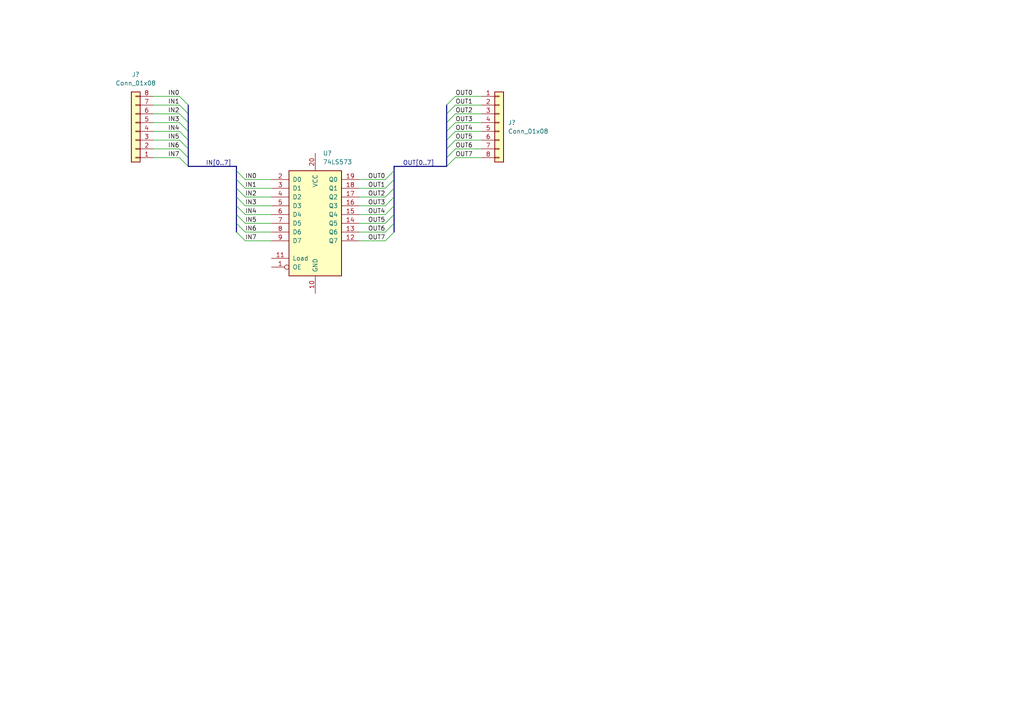
<source format=kicad_sch>
(kicad_sch (version 20231120) (generator "eeschema") (generator_version "8.0")
  (paper "A4")
  (lib_symbols
    (symbol "74xx:74LS573" (pin_names (offset 1.016))
      (property "Reference" "U" (at -7.62 16.51 0))
      (property "Value" "74LS573" (at -7.62 -16.51 0))
      (symbol "74LS573_1_0"
        (pin input inverted (at -12.7 -12.7 0) (length 5.08) (name "OE") (number "1"))
        (pin power_in line (at 0 -20.32 90) (length 5.08) (name "GND") (number "10"))
        (pin input line (at -12.7 -10.16 0) (length 5.08) (name "Load") (number "11"))
        (pin tri_state line (at 12.7 -5.08 180) (length 5.08) (name "Q7") (number "12"))
        (pin tri_state line (at 12.7 -2.54 180) (length 5.08) (name "Q6") (number "13"))
        (pin tri_state line (at 12.7 0 180) (length 5.08) (name "Q5") (number "14"))
        (pin tri_state line (at 12.7 2.54 180) (length 5.08) (name "Q4") (number "15"))
        (pin tri_state line (at 12.7 5.08 180) (length 5.08) (name "Q3") (number "16"))
        (pin tri_state line (at 12.7 7.62 180) (length 5.08) (name "Q2") (number "17"))
        (pin tri_state line (at 12.7 10.16 180) (length 5.08) (name "Q1") (number "18"))
        (pin tri_state line (at 12.7 12.7 180) (length 5.08) (name "Q0") (number "19"))
        (pin input line (at -12.7 12.7 0) (length 5.08) (name "D0") (number "2"))
        (pin power_in line (at 0 20.32 270) (length 5.08) (name "VCC") (number "20"))
        (pin input line (at -12.7 10.16 0) (length 5.08) (name "D1") (number "3"))
        (pin input line (at -12.7 7.62 0) (length 5.08) (name "D2") (number "4"))
        (pin input line (at -12.7 5.08 0) (length 5.08) (name "D3") (number "5"))
        (pin input line (at -12.7 2.54 0) (length 5.08) (name "D4") (number "6"))
        (pin input line (at -12.7 0 0) (length 5.08) (name "D5") (number "7"))
        (pin input line (at -12.7 -2.54 0) (length 5.08) (name "D6") (number "8"))
        (pin input line (at -12.7 -5.08 0) (length 5.08) (name "D7") (number "9"))
      )
      (symbol "74LS573_1_1"
        (rectangle (start -7.62 15.24) (end 7.62 -15.24) (stroke (width 0.254)) (fill (type background)))
      )
    )
    (symbol "Connector_Generic:Conn_01x08" (pin_names (offset 1.016) hide)
      (property "Reference" "J" (at 0 10.16 0))
      (property "Value" "Conn_01x08" (at 0 -12.7 0))
      (symbol "Conn_01x08_1_1"
        (rectangle (start -1.27 -10.033) (end 0 -10.287) (stroke (width 0.1524)))
        (rectangle (start -1.27 -7.493) (end 0 -7.747) (stroke (width 0.1524)))
        (rectangle (start -1.27 -4.953) (end 0 -5.207) (stroke (width 0.1524)))
        (rectangle (start -1.27 -2.413) (end 0 -2.667) (stroke (width 0.1524)))
        (rectangle (start -1.27 0.127) (end 0 -0.127) (stroke (width 0.1524)))
        (rectangle (start -1.27 2.667) (end 0 2.413) (stroke (width 0.1524)))
        (rectangle (start -1.27 5.207) (end 0 4.953) (stroke (width 0.1524)))
        (rectangle (start -1.27 7.747) (end 0 7.493) (stroke (width 0.1524)))
        (rectangle (start -1.27 8.89) (end 1.27 -11.43) (stroke (width 0.254)) (fill (type background)))
        (pin passive line (at -5.08 7.62 0) (length 3.81) (name "Pin_1") (number "1"))
        (pin passive line (at -5.08 5.08 0) (length 3.81) (name "Pin_2") (number "2"))
        (pin passive line (at -5.08 2.54 0) (length 3.81) (name "Pin_3") (number "3"))
        (pin passive line (at -5.08 0 0) (length 3.81) (name "Pin_4") (number "4"))
        (pin passive line (at -5.08 -2.54 0) (length 3.81) (name "Pin_5") (number "5"))
        (pin passive line (at -5.08 -5.08 0) (length 3.81) (name "Pin_6") (number "6"))
        (pin passive line (at -5.08 -7.62 0) (length 3.81) (name "Pin_7") (number "7"))
        (pin passive line (at -5.08 -10.16 0) (length 3.81) (name "Pin_8") (number "8"))
      )
    )
  )
  (bus_entry (at 114.3 52.07) (size -2.54 2.54))
  (bus_entry (at 114.3 64.77) (size -2.54 2.54))
  (bus_entry (at 114.3 59.69) (size -2.54 2.54))
  (bus_entry (at 68.58 67.31) (size 2.54 2.54))
  (bus_entry (at 52.07 40.64) (size 2.54 2.54))
  (bus_entry (at 52.07 35.56) (size 2.54 2.54))
  (bus_entry (at 132.08 45.72) (size -2.54 2.54))
  (bus_entry (at 68.58 52.07) (size 2.54 2.54))
  (bus_entry (at 68.58 59.69) (size 2.54 2.54))
  (bus_entry (at 132.08 30.48) (size -2.54 2.54))
  (bus_entry (at 132.08 43.18) (size -2.54 2.54))
  (bus_entry (at 68.58 62.23) (size 2.54 2.54))
  (bus_entry (at 52.07 27.94) (size 2.54 2.54))
  (bus_entry (at 114.3 57.15) (size -2.54 2.54))
  (bus_entry (at 52.07 33.02) (size 2.54 2.54))
  (bus_entry (at 132.08 27.94) (size -2.54 2.54))
  (bus_entry (at 114.3 49.53) (size -2.54 2.54))
  (bus_entry (at 52.07 38.1) (size 2.54 2.54))
  (bus_entry (at 68.58 57.15) (size 2.54 2.54))
  (bus_entry (at 52.07 45.72) (size 2.54 2.54))
  (bus_entry (at 132.08 35.56) (size -2.54 2.54))
  (bus_entry (at 114.3 67.31) (size -2.54 2.54))
  (bus_entry (at 52.07 43.18) (size 2.54 2.54))
  (bus_entry (at 68.58 64.77) (size 2.54 2.54))
  (bus_entry (at 68.58 54.61) (size 2.54 2.54))
  (bus_entry (at 114.3 54.61) (size -2.54 2.54))
  (bus_entry (at 114.3 62.23) (size -2.54 2.54))
  (bus_entry (at 132.08 38.1) (size -2.54 2.54))
  (bus_entry (at 132.08 40.64) (size -2.54 2.54))
  (bus_entry (at 52.07 30.48) (size 2.54 2.54))
  (bus_entry (at 132.08 33.02) (size -2.54 2.54))
  (bus_entry (at 68.58 49.53) (size 2.54 2.54))
  (bus (pts (xy 54.61 33.02) (xy 54.61 35.56)))
  (bus (pts (xy 54.61 48.26) (xy 54.61 45.72)))
  (wire (pts (xy 52.07 38.1) (xy 44.45 38.1)))
  (bus (pts (xy 114.3 49.53) (xy 114.3 52.07)))
  (bus (pts (xy 114.3 57.15) (xy 114.3 59.69)))
  (wire (pts (xy 52.07 27.94) (xy 44.45 27.94)))
  (bus (pts (xy 68.58 48.26) (xy 68.58 49.53)))
  (wire (pts (xy 104.14 54.61) (xy 111.76 54.61)))
  (wire (pts (xy 71.12 59.69) (xy 78.74 59.69)))
  (bus (pts (xy 114.3 54.61) (xy 114.3 57.15)))
  (bus (pts (xy 68.58 62.23) (xy 68.58 64.77)))
  (bus (pts (xy 129.54 45.72) (xy 129.54 48.26)))
  (wire (pts (xy 71.12 57.15) (xy 78.74 57.15)))
  (wire (pts (xy 52.07 43.18) (xy 44.45 43.18)))
  (bus (pts (xy 129.54 43.18) (xy 129.54 45.72)))
  (wire (pts (xy 52.07 40.64) (xy 44.45 40.64)))
  (wire (pts (xy 139.7 33.02) (xy 132.08 33.02)))
  (wire (pts (xy 139.7 35.56) (xy 132.08 35.56)))
  (bus (pts (xy 114.3 62.23) (xy 114.3 64.77)))
  (wire (pts (xy 71.12 52.07) (xy 78.74 52.07)))
  (wire (pts (xy 52.07 30.48) (xy 44.45 30.48)))
  (wire (pts (xy 104.14 69.85) (xy 111.76 69.85)))
  (wire (pts (xy 104.14 67.31) (xy 111.76 67.31)))
  (wire (pts (xy 52.07 35.56) (xy 44.45 35.56)))
  (wire (pts (xy 71.12 54.61) (xy 78.74 54.61)))
  (bus (pts (xy 68.58 52.07) (xy 68.58 54.61)))
  (wire (pts (xy 104.14 64.77) (xy 111.76 64.77)))
  (bus (pts (xy 54.61 43.18) (xy 54.61 45.72)))
  (wire (pts (xy 104.14 59.69) (xy 111.76 59.69)))
  (wire (pts (xy 139.7 43.18) (xy 132.08 43.18)))
  (bus (pts (xy 54.61 40.64) (xy 54.61 43.18)))
  (bus (pts (xy 54.61 38.1) (xy 54.61 40.64)))
  (wire (pts (xy 139.7 30.48) (xy 132.08 30.48)))
  (wire (pts (xy 71.12 62.23) (xy 78.74 62.23)))
  (bus (pts (xy 129.54 35.56) (xy 129.54 38.1)))
  (bus (pts (xy 114.3 48.26) (xy 114.3 49.53)))
  (wire (pts (xy 139.7 40.64) (xy 132.08 40.64)))
  (bus (pts (xy 68.58 59.69) (xy 68.58 62.23)))
  (bus (pts (xy 68.58 57.15) (xy 68.58 59.69)))
  (bus (pts (xy 129.54 30.48) (xy 129.54 33.02)))
  (wire (pts (xy 71.12 64.77) (xy 78.74 64.77)))
  (wire (pts (xy 71.12 69.85) (xy 78.74 69.85)))
  (bus (pts (xy 114.3 59.69) (xy 114.3 62.23)))
  (bus (pts (xy 129.54 33.02) (xy 129.54 35.56)))
  (wire (pts (xy 71.12 67.31) (xy 78.74 67.31)))
  (wire (pts (xy 139.7 45.72) (xy 132.08 45.72)))
  (bus (pts (xy 68.58 48.26) (xy 54.61 48.26)))
  (bus (pts (xy 129.54 38.1) (xy 129.54 40.64)))
  (wire (pts (xy 104.14 57.15) (xy 111.76 57.15)))
  (bus (pts (xy 114.3 64.77) (xy 114.3 67.31)))
  (bus (pts (xy 54.61 35.56) (xy 54.61 38.1)))
  (wire (pts (xy 52.07 45.72) (xy 44.45 45.72)))
  (bus (pts (xy 129.54 48.26) (xy 114.3 48.26)))
  (bus (pts (xy 68.58 54.61) (xy 68.58 57.15)))
  (wire (pts (xy 139.7 27.94) (xy 132.08 27.94)))
  (bus (pts (xy 68.58 64.77) (xy 68.58 67.31)))
  (wire (pts (xy 139.7 38.1) (xy 132.08 38.1)))
  (wire (pts (xy 104.14 62.23) (xy 111.76 62.23)))
  (wire (pts (xy 52.07 33.02) (xy 44.45 33.02)))
  (bus (pts (xy 114.3 52.07) (xy 114.3 54.61)))
  (bus (pts (xy 68.58 49.53) (xy 68.58 52.07)))
  (bus (pts (xy 129.54 40.64) (xy 129.54 43.18)))
  (wire (pts (xy 104.14 52.07) (xy 111.76 52.07)))
  (bus (pts (xy 54.61 30.48) (xy 54.61 33.02)))
  (label "IN3" (at 71.12 59.69 0))
  (label "IN7" (at 71.12 69.85 0))
  (label "OUT0" (at 132.08 27.94 0))
  (label "IN2" (at 52.07 33.02 180))
  (label "IN5" (at 52.07 40.64 180))
  (label "OUT5" (at 111.76 64.77 180))
  (label "OUT3" (at 111.76 59.69 180))
  (label "OUT5" (at 132.08 40.64 0))
  (label "IN3" (at 52.07 35.56 180))
  (label "IN1" (at 52.07 30.48 180))
  (label "IN6" (at 71.12 67.31 0))
  (label "IN0" (at 71.12 52.07 0))
  (label "OUT6" (at 132.08 43.18 0))
  (label "IN1" (at 71.12 54.61 0))
  (label "OUT2" (at 132.08 33.02 0))
  (label "OUT1" (at 111.76 54.61 180))
  (label "OUT6" (at 111.76 67.31 180))
  (label "OUT3" (at 132.08 35.56 0))
  (label "IN6" (at 52.07 43.18 180))
  (label "IN2" (at 71.12 57.15 0))
  (label "OUT1" (at 132.08 30.48 0))
  (label "IN[0..7]" (at 59.69 48.26 0))
  (label "OUT0" (at 111.76 52.07 180))
  (label "OUT[0..7]" (at 116.84 48.26 0))
  (label "IN7" (at 52.07 45.72 180))
  (label "OUT4" (at 132.08 38.1 0))
  (label "OUT7" (at 132.08 45.72 0))
  (label "IN4" (at 52.07 38.1 180))
  (label "OUT4" (at 111.76 62.23 180))
  (label "IN5" (at 71.12 64.77 0))
  (label "OUT2" (at 111.76 57.15 180))
  (label "IN0" (at 52.07 27.94 180))
  (label "OUT7" (at 111.76 69.85 180))
  (label "IN4" (at 71.12 62.23 0))
  (symbol (lib_id "Connector_Generic:Conn_01x08") (at 39.37 38.1 180) (unit 1)
    (property "Reference" "J?" (at 39.37 21.59 0))
    (property "Value" "Conn_01x08" (at 39.37 24.13 0))
    (property "Description" "Generic connector, single row, 01x08, script generated (kicad-library-utils/schlib/autogen/connector/)" (effects (hide yes)))
  )
  (symbol (lib_id "74xx:74LS573") (at 91.44 64.77 0) (unit 1)
    (property "Reference" "U?" (at 93.6341 44.45 0) (effects (justify left)))
    (property "Value" "74LS573" (at 93.6341 46.99 0) (effects (justify left)))
    (property "Datasheet" "74xx/74hc573.pdf" (effects (hide yes)))
    (property "Description" "8-bit Latch 3-state outputs" (effects (hide yes)))
  )
  (symbol (lib_id "Connector_Generic:Conn_01x08") (at 144.78 35.56 0) (unit 1)
    (property "Reference" "J?" (at 147.32 35.5599 0) (effects (justify left)))
    (property "Value" "Conn_01x08" (at 147.32 38.0999 0) (effects (justify left)))
    (property "Description" "Generic connector, single row, 01x08, script generated (kicad-library-utils/schlib/autogen/connector/)" (effects (hide yes)))
  )
)
</source>
